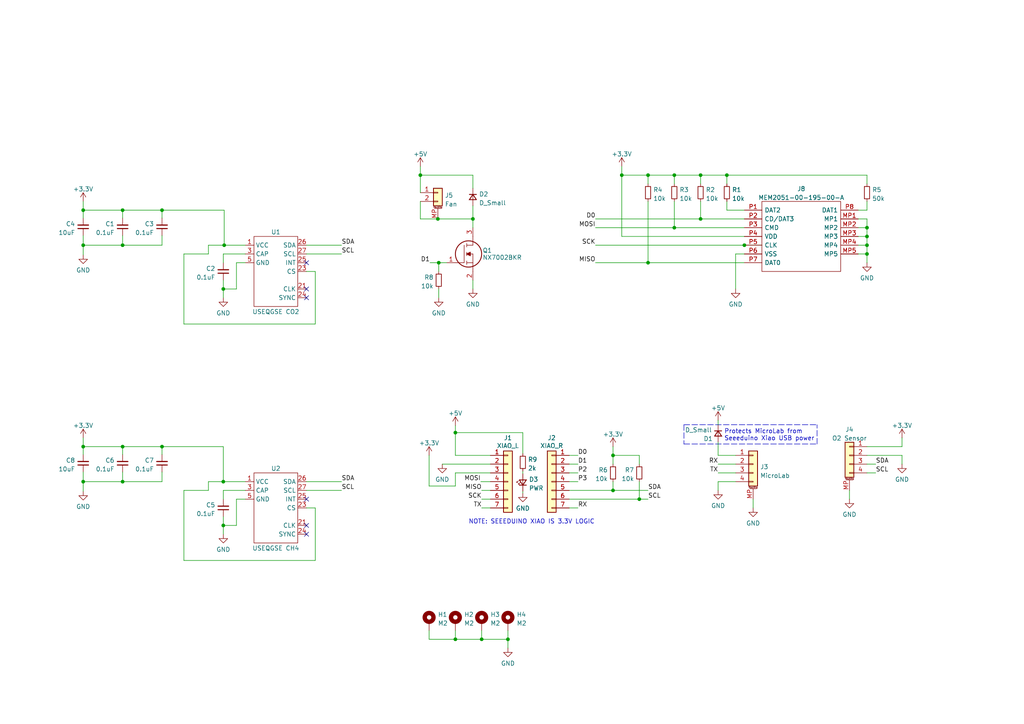
<source format=kicad_sch>
(kicad_sch (version 20211123) (generator eeschema)
  (paper "A4")
  (lib_symbols
    (symbol "Connector_Generic:Conn_01x07" (pin_names (offset 1.016) hide)
      (property "Reference" "J" (at 0 10.16 0))
      (property "Value" "Conn_01x07" (at 0 -10.16 0))
      (symbol "Conn_01x07_1_1"
        (rectangle (start -1.27 -7.493) (end 0 -7.747) (stroke (width 0.1524)))
        (rectangle (start -1.27 -4.953) (end 0 -5.207) (stroke (width 0.1524)))
        (rectangle (start -1.27 -2.413) (end 0 -2.667) (stroke (width 0.1524)))
        (rectangle (start -1.27 0.127) (end 0 -0.127) (stroke (width 0.1524)))
        (rectangle (start -1.27 2.667) (end 0 2.413) (stroke (width 0.1524)))
        (rectangle (start -1.27 5.207) (end 0 4.953) (stroke (width 0.1524)))
        (rectangle (start -1.27 7.747) (end 0 7.493) (stroke (width 0.1524)))
        (rectangle (start -1.27 8.89) (end 1.27 -8.89) (stroke (width 0.254)) (fill (type background)))
        (pin passive line (at -5.08 7.62 0) (length 3.81) (name "Pin_1") (number "1"))
        (pin passive line (at -5.08 5.08 0) (length 3.81) (name "Pin_2") (number "2"))
        (pin passive line (at -5.08 2.54 0) (length 3.81) (name "Pin_3") (number "3"))
        (pin passive line (at -5.08 0 0) (length 3.81) (name "Pin_4") (number "4"))
        (pin passive line (at -5.08 -2.54 0) (length 3.81) (name "Pin_5") (number "5"))
        (pin passive line (at -5.08 -5.08 0) (length 3.81) (name "Pin_6") (number "6"))
        (pin passive line (at -5.08 -7.62 0) (length 3.81) (name "Pin_7") (number "7"))
      )
    )
    (symbol "Connector_Generic_MountingPin:Conn_01x02_MountingPin" (pin_names (offset 1.016) hide)
      (property "Reference" "J" (at 0 2.54 0))
      (property "Value" "Conn_01x02_MountingPin" (at 1.27 -5.08 0))
      (symbol "Conn_01x02_MountingPin_1_1"
        (rectangle (start -1.27 -2.413) (end 0 -2.667) (stroke (width 0.1524)))
        (rectangle (start -1.27 0.127) (end 0 -0.127) (stroke (width 0.1524)))
        (rectangle (start -1.27 1.27) (end 1.27 -3.81) (stroke (width 0.254)) (fill (type background)))
        (polyline (pts (xy -1.016 -4.572) (xy 1.016 -4.572)) (stroke (width 0.1524)))
        (text "Mounting" (at 0 -4.191 0) (effects (font (size 0.381 0.381))))
        (pin passive line (at -5.08 0 0) (length 3.81) (name "Pin_1") (number "1"))
        (pin passive line (at -5.08 -2.54 0) (length 3.81) (name "Pin_2") (number "2"))
        (pin passive line (at 0 -7.62 90) (length 3.048) (name "MountPin") (number "MP"))
      )
    )
    (symbol "Connector_Generic_MountingPin:Conn_01x04_MountingPin" (pin_names (offset 1.016) hide)
      (property "Reference" "J" (at 0 5.08 0))
      (property "Value" "Conn_01x04_MountingPin" (at 1.27 -7.62 0))
      (symbol "Conn_01x04_MountingPin_1_1"
        (rectangle (start -1.27 -4.953) (end 0 -5.207) (stroke (width 0.1524)))
        (rectangle (start -1.27 -2.413) (end 0 -2.667) (stroke (width 0.1524)))
        (rectangle (start -1.27 0.127) (end 0 -0.127) (stroke (width 0.1524)))
        (rectangle (start -1.27 2.667) (end 0 2.413) (stroke (width 0.1524)))
        (rectangle (start -1.27 3.81) (end 1.27 -6.35) (stroke (width 0.254)) (fill (type background)))
        (polyline (pts (xy -1.016 -7.112) (xy 1.016 -7.112)) (stroke (width 0.1524)))
        (text "Mounting" (at 0 -6.731 0) (effects (font (size 0.381 0.381))))
        (pin passive line (at -5.08 2.54 0) (length 3.81) (name "Pin_1") (number "1"))
        (pin passive line (at -5.08 0 0) (length 3.81) (name "Pin_2") (number "2"))
        (pin passive line (at -5.08 -2.54 0) (length 3.81) (name "Pin_3") (number "3"))
        (pin passive line (at -5.08 -5.08 0) (length 3.81) (name "Pin_4") (number "4"))
        (pin passive line (at 0 -10.16 90) (length 3.048) (name "MountPin") (number "MP"))
      )
    )
    (symbol "Device:C_Small" (pin_numbers hide) (pin_names (offset 0.254) hide)
      (property "Reference" "C" (at 0.254 1.778 0))
      (property "Value" "C_Small" (at 0.254 -2.032 0))
      (symbol "C_Small_0_1"
        (polyline (pts (xy -1.524 -0.508) (xy 1.524 -0.508)) (stroke (width 0.3302)))
        (polyline (pts (xy -1.524 0.508) (xy 1.524 0.508)) (stroke (width 0.3048)))
      )
      (symbol "C_Small_1_1"
        (pin passive line (at 0 2.54 270) (length 2.032) (name "~") (number "1"))
        (pin passive line (at 0 -2.54 90) (length 2.032) (name "~") (number "2"))
      )
    )
    (symbol "Device:D_Small" (pin_numbers hide) (pin_names (offset 0.254) hide)
      (property "Reference" "D" (at -1.27 2.032 0))
      (property "Value" "D_Small" (at -3.81 -2.032 0))
      (symbol "D_Small_0_1"
        (polyline (pts (xy -0.762 -1.016) (xy -0.762 1.016)) (stroke (width 0.254)))
        (polyline (pts (xy -0.762 0) (xy 0.762 0)))
        (polyline (pts (xy 0.762 -1.016) (xy -0.762 0) (xy 0.762 1.016) (xy 0.762 -1.016)) (stroke (width 0.254)))
      )
      (symbol "D_Small_1_1"
        (pin passive line (at -2.54 0 0) (length 1.778) (name "K") (number "1"))
        (pin passive line (at 2.54 0 180) (length 1.778) (name "A") (number "2"))
      )
    )
    (symbol "Device:LED_Small" (pin_numbers hide) (pin_names (offset 0.254) hide)
      (property "Reference" "D" (at -1.27 3.175 0))
      (property "Value" "LED_Small" (at -4.445 -2.54 0))
      (symbol "LED_Small_0_1"
        (polyline (pts (xy -0.762 -1.016) (xy -0.762 1.016)) (stroke (width 0.254)))
        (polyline (pts (xy 1.016 0) (xy -0.762 0)))
        (polyline (pts (xy 0.762 -1.016) (xy -0.762 0) (xy 0.762 1.016) (xy 0.762 -1.016)) (stroke (width 0.254)))
        (polyline (pts (xy 0 0.762) (xy -0.508 1.27) (xy -0.254 1.27) (xy -0.508 1.27) (xy -0.508 1.016)))
        (polyline (pts (xy 0.508 1.27) (xy 0 1.778) (xy 0.254 1.778) (xy 0 1.778) (xy 0 1.524)))
      )
      (symbol "LED_Small_1_1"
        (pin passive line (at -2.54 0 0) (length 1.778) (name "K") (number "1"))
        (pin passive line (at 2.54 0 180) (length 1.778) (name "A") (number "2"))
      )
    )
    (symbol "Device:R_Small" (pin_numbers hide) (pin_names (offset 0.254) hide)
      (property "Reference" "R" (at 0.762 0.508 0))
      (property "Value" "R_Small" (at 0.762 -1.016 0))
      (symbol "R_Small_0_1"
        (rectangle (start -0.762 1.778) (end 0.762 -1.778) (stroke (width 0.2032)))
      )
      (symbol "R_Small_1_1"
        (pin passive line (at 0 2.54 270) (length 0.762) (name "~") (number "1"))
        (pin passive line (at 0 -2.54 90) (length 0.762) (name "~") (number "2"))
      )
    )
    (symbol "Mechanical:MountingHole_Pad" (pin_numbers hide) (pin_names (offset 1.016) hide)
      (property "Reference" "H" (at 0 6.35 0))
      (property "Value" "MountingHole_Pad" (at 0 4.445 0))
      (symbol "MountingHole_Pad_0_1"
        (circle (center 0 1.27) (radius 1.27) (stroke (width 1.27)))
      )
      (symbol "MountingHole_Pad_1_1"
        (pin input line (at 0 -2.54 90) (length 2.54) (name "1") (number "1"))
      )
    )
    (symbol "Mouser Parts:MEM2051-00-195-00-A" (pin_names (offset 0.762))
      (property "Reference" "J" (at 29.21 7.62 0))
      (property "Value" "MEM2051-00-195-00-A" (at 29.21 5.08 0))
      (symbol "MEM2051-00-195-00-A_0_0"
        (pin passive line (at 33.02 -2.54 180) (length 5.08) (name "MP1") (number "MP1"))
        (pin passive line (at 33.02 -5.08 180) (length 5.08) (name "MP2") (number "MP2"))
        (pin passive line (at 33.02 -7.62 180) (length 5.08) (name "MP3") (number "MP3"))
        (pin passive line (at 33.02 -10.16 180) (length 5.08) (name "MP4") (number "MP4"))
        (pin passive line (at 33.02 -12.7 180) (length 5.08) (name "MP5") (number "MP5"))
        (pin passive line (at 0 0 0) (length 5.08) (name "DAT2") (number "P1"))
        (pin passive line (at 0 -2.54 0) (length 5.08) (name "CD/DAT3") (number "P2"))
        (pin passive line (at 0 -5.08 0) (length 5.08) (name "CMD") (number "P3"))
        (pin passive line (at 0 -7.62 0) (length 5.08) (name "VDD") (number "P4"))
        (pin passive line (at 0 -10.16 0) (length 5.08) (name "CLK") (number "P5"))
        (pin passive line (at 0 -12.7 0) (length 5.08) (name "VSS") (number "P6"))
        (pin passive line (at 0 -15.24 0) (length 5.08) (name "DAT0") (number "P7"))
        (pin passive line (at 33.02 0 180) (length 5.08) (name "DAT1") (number "P8"))
      )
      (symbol "MEM2051-00-195-00-A_0_1"
        (polyline (pts (xy 5.08 2.54) (xy 27.94 2.54) (xy 27.94 -17.78) (xy 5.08 -17.78) (xy 5.08 2.54)) (stroke (width 0.1524)))
      )
    )
    (symbol "Mouser Parts:NX7002BKR" (pin_names (offset 0.762))
      (property "Reference" "Q" (at 11.43 3.81 0))
      (property "Value" "NX7002BKR" (at 11.43 1.27 0))
      (symbol "NX7002BKR_0_0"
        (pin passive line (at 0 0 0) (length 2.54) (name "~") (number "1"))
        (pin passive line (at 7.62 -5.08 90) (length 2.54) (name "~") (number "2"))
        (pin passive line (at 7.62 10.16 270) (length 2.54) (name "~") (number "3"))
      )
      (symbol "NX7002BKR_0_1"
        (polyline (pts (xy 5.842 -0.508) (xy 5.842 0.508)) (stroke (width 0.1524)))
        (polyline (pts (xy 5.842 0) (xy 7.62 0)) (stroke (width 0.1524)))
        (polyline (pts (xy 5.842 2.032) (xy 5.842 3.048)) (stroke (width 0.1524)))
        (polyline (pts (xy 5.842 5.588) (xy 5.842 4.572)) (stroke (width 0.1524)))
        (polyline (pts (xy 7.62 2.54) (xy 5.842 2.54)) (stroke (width 0.1524)))
        (polyline (pts (xy 7.62 2.54) (xy 7.62 -2.54)) (stroke (width 0.1524)))
        (polyline (pts (xy 7.62 5.08) (xy 5.842 5.08)) (stroke (width 0.1524)))
        (polyline (pts (xy 7.62 5.08) (xy 7.62 7.62)) (stroke (width 0.1524)))
        (polyline (pts (xy 2.54 0) (xy 5.08 0) (xy 5.08 5.08)) (stroke (width 0.1524)))
        (polyline (pts (xy 5.842 2.54) (xy 6.858 3.048) (xy 6.858 2.032) (xy 5.842 2.54)) (stroke (width 0.254)) (fill (type outline)))
        (circle (center 6.35 2.54) (radius 3.81) (stroke (width 0.254)))
      )
    )
    (symbol "USEQGSE:USEQGSE"
      (property "Reference" "U" (at 0 13.97 0))
      (property "Value" "USEQGSE" (at 0 11.43 0))
      (symbol "USEQGSE_0_1"
        (rectangle (start -6.35 10.16) (end 6.35 -10.16) (stroke (width 0.1524)))
      )
      (symbol "USEQGSE_1_1"
        (pin power_in line (at -8.89 7.62 0) (length 2.54) (name "VCC") (number "1"))
        (pin passive line (at -8.89 2.54 0) (length 2.54) hide (name "GND") (number "17"))
        (pin passive line (at -8.89 2.54 0) (length 2.54) hide (name "GND") (number "19"))
        (pin bidirectional line (at 8.89 -5.08 180) (length 2.54) (name "CLK") (number "21"))
        (pin input line (at 8.89 0 180) (length 2.54) (name "CS") (number "23"))
        (pin bidirectional line (at 8.89 -7.62 180) (length 2.54) (name "SYNC") (number "24"))
        (pin output line (at 8.89 2.54 180) (length 2.54) (name "INT") (number "25"))
        (pin bidirectional line (at 8.89 7.62 180) (length 2.54) (name "SDA") (number "26"))
        (pin input line (at 8.89 5.08 180) (length 2.54) (name "SCL") (number "27"))
        (pin passive line (at -8.89 2.54 0) (length 2.54) hide (name "GND") (number "28"))
        (pin passive line (at -8.89 2.54 0) (length 2.54) hide (name "GND") (number "29"))
        (pin power_in line (at -8.89 5.08 0) (length 2.54) (name "CAP") (number "3"))
        (pin passive line (at -8.89 2.54 0) (length 2.54) hide (name "GND") (number "30"))
        (pin power_in line (at -8.89 2.54 0) (length 2.54) (name "GND") (number "5"))
        (pin passive line (at -8.89 2.54 0) (length 2.54) hide (name "GND") (number "7"))
      )
    )
    (symbol "USEQGSE_1"
      (property "Reference" "U" (at 0 13.97 0))
      (property "Value" "USEQGSE_1" (at 0 11.43 0))
      (symbol "USEQGSE_1_0_1"
        (rectangle (start -6.35 10.16) (end 6.35 -10.16) (stroke (width 0.1524)))
      )
      (symbol "USEQGSE_1_1_1"
        (pin power_in line (at -8.89 7.62 0) (length 2.54) (name "VCC") (number "1"))
        (pin passive line (at -8.89 2.54 0) (length 2.54) hide (name "GND") (number "17"))
        (pin passive line (at -8.89 2.54 0) (length 2.54) hide (name "GND") (number "19"))
        (pin bidirectional line (at 8.89 -5.08 180) (length 2.54) (name "CLK") (number "21"))
        (pin input line (at 8.89 0 180) (length 2.54) (name "CS") (number "23"))
        (pin bidirectional line (at 8.89 -7.62 180) (length 2.54) (name "SYNC") (number "24"))
        (pin output line (at 8.89 2.54 180) (length 2.54) (name "INT") (number "25"))
        (pin bidirectional line (at 8.89 7.62 180) (length 2.54) (name "SDA") (number "26"))
        (pin input line (at 8.89 5.08 180) (length 2.54) (name "SCL") (number "27"))
        (pin passive line (at -8.89 2.54 0) (length 2.54) hide (name "GND") (number "28"))
        (pin passive line (at -8.89 2.54 0) (length 2.54) hide (name "GND") (number "29"))
        (pin power_in line (at -8.89 5.08 0) (length 2.54) (name "CAP") (number "3"))
        (pin passive line (at -8.89 2.54 0) (length 2.54) hide (name "GND") (number "30"))
        (pin power_in line (at -8.89 2.54 0) (length 2.54) (name "GND") (number "5"))
        (pin passive line (at -8.89 2.54 0) (length 2.54) hide (name "GND") (number "7"))
      )
    )
    (symbol "power:+3.3V" (power) (pin_names (offset 0))
      (property "Value" "+3.3V" (at 0 3.556 0))
      (symbol "+3.3V_0_1"
        (polyline (pts (xy -0.762 1.27) (xy 0 2.54)))
        (polyline (pts (xy 0 0) (xy 0 2.54)))
        (polyline (pts (xy 0 2.54) (xy 0.762 1.27)))
      )
      (symbol "+3.3V_1_1"
        (pin power_in line (at 0 0 90) (length 0) hide (name "+3.3V") (number "1"))
      )
    )
    (symbol "power:+5V" (power) (pin_names (offset 0))
      (property "Value" "+5V" (at 0 3.556 0))
      (symbol "+5V_0_1"
        (polyline (pts (xy -0.762 1.27) (xy 0 2.54)))
        (polyline (pts (xy 0 0) (xy 0 2.54)))
        (polyline (pts (xy 0 2.54) (xy 0.762 1.27)))
      )
      (symbol "+5V_1_1"
        (pin power_in line (at 0 0 90) (length 0) hide (name "+5V") (number "1"))
      )
    )
    (symbol "power:GND" (power) (pin_names (offset 0))
      (property "Value" "GND" (at 0 -3.81 0))
      (symbol "GND_0_1"
        (polyline (pts (xy 0 0) (xy 0 -1.27) (xy 1.27 -1.27) (xy 0 -2.54) (xy -1.27 -1.27) (xy 0 -1.27)))
      )
      (symbol "GND_1_1"
        (pin power_in line (at 0 0 270) (length 0) hide (name "GND") (number "1"))
      )
    )
  )
  (junction (at 177.8 132.08))
  (junction (at 24.13 139.7))
  (junction (at 35.56 71.12))
  (junction (at 64.77 152.4))
  (junction (at 132.08 125.476))
  (junction (at 35.56 129.54))
  (junction (at 35.56 60.96))
  (junction (at 195.58 66.04))
  (junction (at 251.46 68.58))
  (junction (at 177.8 142.24))
  (junction (at 24.13 60.96))
  (junction (at 180.34 50.8))
  (junction (at 203.2 50.8))
  (junction (at 65.024 71.12))
  (junction (at 139.7 185.42))
  (junction (at 185.42 144.78))
  (junction (at 147.32 185.42))
  (junction (at 137.16 63.5))
  (junction (at 127.254 76.2))
  (junction (at 195.58 50.8))
  (junction (at 251.46 66.04))
  (junction (at 203.2 63.5))
  (junction (at 187.96 76.2))
  (junction (at 24.13 71.12))
  (junction (at 24.13 129.54))
  (junction (at 35.56 139.7))
  (junction (at 64.77 83.82))
  (junction (at 132.08 185.42))
  (junction (at 46.99 60.96))
  (junction (at 64.77 139.7))
  (junction (at 121.92 50.8))
  (junction (at 127 63.5))
  (junction (at 187.96 50.8))
  (junction (at 46.99 129.54))
  (junction (at 215.9 71.12))
  (junction (at 251.46 73.66))
  (junction (at 210.82 50.8))
  (junction (at 251.46 71.12))
  (no_connect (at 88.9 83.82))
  (no_connect (at 88.9 86.36))
  (no_connect (at 88.9 76.2))
  (no_connect (at 88.9 154.94))
  (no_connect (at 88.9 152.4))
  (no_connect (at 88.9 144.78))
  (wire (pts (xy 251.46 63.5) (xy 248.92 63.5)))
  (wire (pts (xy 132.08 132.08) (xy 142.24 132.08)))
  (wire (pts (xy 24.13 68.326) (xy 24.13 71.12)))
  (wire (pts (xy 215.9 73.66) (xy 213.36 73.66)))
  (wire (pts (xy 251.46 129.54) (xy 261.62 129.54)))
  (wire (pts (xy 251.46 73.66) (xy 251.46 76.2)))
  (wire (pts (xy 88.9 73.66) (xy 99.06 73.66)))
  (wire (pts (xy 180.34 50.8) (xy 180.34 68.58)))
  (wire (pts (xy 180.34 50.8) (xy 187.96 50.8)))
  (wire (pts (xy 71.12 144.78) (xy 68.58 144.78)))
  (wire (pts (xy 124.46 132.08) (xy 124.46 140.97)))
  (wire (pts (xy 137.16 54.61) (xy 137.16 50.8)))
  (wire (pts (xy 64.77 83.82) (xy 64.77 86.36)))
  (wire (pts (xy 121.92 48.26) (xy 121.92 50.8)))
  (wire (pts (xy 35.56 63.246) (xy 35.56 60.96)))
  (polyline (pts (xy 198.374 123.19) (xy 198.374 128.778)))
  (wire (pts (xy 46.99 60.96) (xy 46.99 63.246)))
  (wire (pts (xy 185.42 132.08) (xy 185.42 134.62)))
  (wire (pts (xy 46.99 139.7) (xy 35.56 139.7)))
  (wire (pts (xy 35.56 60.96) (xy 24.13 60.96)))
  (polyline (pts (xy 198.374 128.778) (xy 236.982 128.778)))
  (wire (pts (xy 35.56 129.54) (xy 24.13 129.54)))
  (wire (pts (xy 139.7 142.24) (xy 142.24 142.24)))
  (wire (pts (xy 251.46 71.12) (xy 251.46 73.66)))
  (wire (pts (xy 177.8 129.54) (xy 177.8 132.08)))
  (wire (pts (xy 64.77 129.54) (xy 64.77 139.7)))
  (wire (pts (xy 251.46 66.04) (xy 251.46 63.5)))
  (wire (pts (xy 91.44 147.32) (xy 91.44 162.56)))
  (wire (pts (xy 208.28 121.92) (xy 208.28 123.19)))
  (wire (pts (xy 60.452 139.7) (xy 64.77 139.7)))
  (wire (pts (xy 137.16 66.04) (xy 137.16 63.5)))
  (wire (pts (xy 151.638 136.652) (xy 151.638 137.414)))
  (wire (pts (xy 187.96 50.8) (xy 195.58 50.8)))
  (wire (pts (xy 165.1 142.24) (xy 177.8 142.24)))
  (wire (pts (xy 248.92 71.12) (xy 251.46 71.12)))
  (wire (pts (xy 64.77 152.4) (xy 68.58 152.4)))
  (wire (pts (xy 65.024 71.12) (xy 71.12 71.12)))
  (wire (pts (xy 53.34 162.56) (xy 91.44 162.56)))
  (wire (pts (xy 203.2 63.5) (xy 203.2 58.42)))
  (wire (pts (xy 68.58 144.78) (xy 68.58 152.4)))
  (wire (pts (xy 185.42 144.78) (xy 187.96 144.78)))
  (wire (pts (xy 151.638 142.494) (xy 151.638 143.002)))
  (wire (pts (xy 60.452 142.24) (xy 53.34 142.24)))
  (wire (pts (xy 121.92 63.5) (xy 127 63.5)))
  (wire (pts (xy 60.452 139.7) (xy 60.452 142.24)))
  (wire (pts (xy 68.58 76.2) (xy 68.58 83.82)))
  (wire (pts (xy 137.16 59.69) (xy 137.16 63.5)))
  (wire (pts (xy 137.16 81.28) (xy 137.16 83.82)))
  (wire (pts (xy 251.46 53.34) (xy 251.46 50.8)))
  (wire (pts (xy 60.452 73.66) (xy 53.34 73.66)))
  (wire (pts (xy 220.98 71.12) (xy 215.9 71.12)))
  (wire (pts (xy 53.34 93.98) (xy 91.44 93.98)))
  (polyline (pts (xy 198.374 123.19) (xy 236.982 123.19)))
  (wire (pts (xy 147.32 185.42) (xy 147.32 187.96)))
  (wire (pts (xy 261.62 127) (xy 261.62 129.54)))
  (wire (pts (xy 165.1 139.7) (xy 167.64 139.7)))
  (wire (pts (xy 53.34 142.24) (xy 53.34 162.56)))
  (wire (pts (xy 64.77 152.4) (xy 64.77 149.86)))
  (wire (pts (xy 177.8 139.7) (xy 177.8 142.24)))
  (wire (pts (xy 88.9 78.74) (xy 91.44 78.74)))
  (wire (pts (xy 24.13 60.96) (xy 24.13 63.246)))
  (wire (pts (xy 132.08 123.444) (xy 132.08 125.476)))
  (wire (pts (xy 46.99 129.54) (xy 64.77 129.54)))
  (wire (pts (xy 248.92 66.04) (xy 251.46 66.04)))
  (wire (pts (xy 151.638 131.572) (xy 151.638 125.476)))
  (wire (pts (xy 210.82 53.34) (xy 210.82 50.8)))
  (wire (pts (xy 46.99 71.12) (xy 35.56 71.12)))
  (wire (pts (xy 127 63.5) (xy 137.16 63.5)))
  (wire (pts (xy 251.46 68.58) (xy 251.46 71.12)))
  (wire (pts (xy 53.34 73.66) (xy 53.34 93.98)))
  (wire (pts (xy 124.714 76.2) (xy 127.254 76.2)))
  (wire (pts (xy 88.9 139.7) (xy 99.06 139.7)))
  (wire (pts (xy 251.46 68.58) (xy 251.46 66.04)))
  (wire (pts (xy 165.1 144.78) (xy 185.42 144.78)))
  (wire (pts (xy 195.58 66.04) (xy 215.9 66.04)))
  (wire (pts (xy 151.638 125.476) (xy 132.08 125.476)))
  (wire (pts (xy 251.46 60.96) (xy 251.46 58.42)))
  (wire (pts (xy 24.13 139.7) (xy 35.56 139.7)))
  (wire (pts (xy 132.08 182.88) (xy 132.08 185.42)))
  (wire (pts (xy 254 134.62) (xy 251.46 134.62)))
  (wire (pts (xy 64.77 83.82) (xy 64.77 81.28)))
  (wire (pts (xy 91.44 78.74) (xy 91.44 93.98)))
  (wire (pts (xy 172.72 63.5) (xy 203.2 63.5)))
  (wire (pts (xy 251.46 50.8) (xy 210.82 50.8)))
  (wire (pts (xy 127.254 76.2) (xy 127.254 78.74)))
  (wire (pts (xy 132.08 137.16) (xy 142.24 137.16)))
  (wire (pts (xy 24.13 139.7) (xy 24.13 142.494)))
  (wire (pts (xy 121.92 50.8) (xy 137.16 50.8)))
  (wire (pts (xy 215.9 68.58) (xy 180.34 68.58)))
  (wire (pts (xy 172.72 66.04) (xy 195.58 66.04)))
  (wire (pts (xy 139.7 185.42) (xy 132.08 185.42)))
  (wire (pts (xy 187.96 76.2) (xy 187.96 58.42)))
  (wire (pts (xy 64.77 142.24) (xy 71.12 142.24)))
  (wire (pts (xy 185.42 139.7) (xy 185.42 144.78)))
  (polyline (pts (xy 236.982 128.778) (xy 236.982 123.19)))
  (wire (pts (xy 139.7 182.88) (xy 139.7 185.42)))
  (wire (pts (xy 88.9 147.32) (xy 91.44 147.32)))
  (wire (pts (xy 208.28 137.16) (xy 213.36 137.16)))
  (wire (pts (xy 24.13 71.12) (xy 35.56 71.12)))
  (wire (pts (xy 65.024 71.12) (xy 65.024 60.96)))
  (wire (pts (xy 172.72 71.12) (xy 215.9 71.12)))
  (wire (pts (xy 127.254 76.2) (xy 129.54 76.2)))
  (wire (pts (xy 213.36 73.66) (xy 213.36 83.82)))
  (wire (pts (xy 195.58 50.8) (xy 203.2 50.8)))
  (wire (pts (xy 172.72 76.2) (xy 187.96 76.2)))
  (wire (pts (xy 128.27 134.62) (xy 142.24 134.62)))
  (wire (pts (xy 46.99 136.906) (xy 46.99 139.7)))
  (wire (pts (xy 180.34 48.26) (xy 180.34 50.8)))
  (wire (pts (xy 60.452 71.12) (xy 65.024 71.12)))
  (wire (pts (xy 132.08 125.476) (xy 132.08 132.08)))
  (wire (pts (xy 147.32 182.88) (xy 147.32 185.42)))
  (wire (pts (xy 35.56 71.12) (xy 35.56 68.326)))
  (wire (pts (xy 177.8 132.08) (xy 177.8 134.62)))
  (wire (pts (xy 203.2 50.8) (xy 210.82 50.8)))
  (wire (pts (xy 248.92 73.66) (xy 251.46 73.66)))
  (wire (pts (xy 132.08 140.97) (xy 124.46 140.97)))
  (wire (pts (xy 121.92 50.8) (xy 121.92 55.88)))
  (wire (pts (xy 210.82 58.42) (xy 210.82 60.96)))
  (wire (pts (xy 203.2 50.8) (xy 203.2 53.34)))
  (wire (pts (xy 177.8 142.24) (xy 187.96 142.24)))
  (wire (pts (xy 46.99 60.96) (xy 65.024 60.96)))
  (wire (pts (xy 210.82 60.96) (xy 215.9 60.96)))
  (wire (pts (xy 64.77 142.24) (xy 64.77 144.78)))
  (wire (pts (xy 71.12 76.2) (xy 68.58 76.2)))
  (wire (pts (xy 195.58 50.8) (xy 195.58 53.34)))
  (wire (pts (xy 64.77 152.4) (xy 64.77 154.94)))
  (wire (pts (xy 24.13 71.12) (xy 24.13 73.914)))
  (wire (pts (xy 88.9 71.12) (xy 99.06 71.12)))
  (wire (pts (xy 64.77 73.66) (xy 71.12 73.66)))
  (wire (pts (xy 139.7 144.78) (xy 142.24 144.78)))
  (wire (pts (xy 35.56 131.826) (xy 35.56 129.54)))
  (wire (pts (xy 132.08 185.42) (xy 124.46 185.42)))
  (wire (pts (xy 261.62 132.08) (xy 251.46 132.08)))
  (wire (pts (xy 24.13 129.54) (xy 24.13 131.826)))
  (wire (pts (xy 124.46 185.42) (xy 124.46 182.88)))
  (wire (pts (xy 35.56 129.54) (xy 46.99 129.54)))
  (wire (pts (xy 35.56 139.7) (xy 35.56 136.906)))
  (wire (pts (xy 46.99 129.54) (xy 46.99 131.826)))
  (wire (pts (xy 208.28 128.27) (xy 208.28 132.08)))
  (wire (pts (xy 254 137.16) (xy 251.46 137.16)))
  (wire (pts (xy 195.58 66.04) (xy 195.58 58.42)))
  (wire (pts (xy 64.77 73.66) (xy 64.77 76.2)))
  (wire (pts (xy 177.8 132.08) (xy 185.42 132.08)))
  (wire (pts (xy 165.1 132.08) (xy 167.64 132.08)))
  (wire (pts (xy 208.28 139.7) (xy 208.28 142.24)))
  (wire (pts (xy 187.96 50.8) (xy 187.96 53.34)))
  (wire (pts (xy 213.36 139.7) (xy 208.28 139.7)))
  (wire (pts (xy 121.92 58.42) (xy 121.92 63.5)))
  (wire (pts (xy 46.99 68.326) (xy 46.99 71.12)))
  (wire (pts (xy 246.38 142.24) (xy 246.38 144.78)))
  (wire (pts (xy 165.1 134.62) (xy 167.64 134.62)))
  (wire (pts (xy 88.9 142.24) (xy 99.06 142.24)))
  (wire (pts (xy 203.2 63.5) (xy 215.9 63.5)))
  (wire (pts (xy 165.1 137.16) (xy 167.64 137.16)))
  (wire (pts (xy 248.92 68.58) (xy 251.46 68.58)))
  (wire (pts (xy 208.28 134.62) (xy 213.36 134.62)))
  (wire (pts (xy 24.13 127) (xy 24.13 129.54)))
  (wire (pts (xy 139.7 147.32) (xy 142.24 147.32)))
  (wire (pts (xy 139.446 139.7) (xy 142.24 139.7)))
  (wire (pts (xy 24.13 58.42) (xy 24.13 60.96)))
  (wire (pts (xy 24.13 136.906) (xy 24.13 139.7)))
  (wire (pts (xy 261.62 134.62) (xy 261.62 132.08)))
  (wire (pts (xy 60.452 71.12) (xy 60.452 73.66)))
  (wire (pts (xy 218.44 144.78) (xy 218.44 147.32)))
  (wire (pts (xy 132.08 137.16) (xy 132.08 140.97)))
  (wire (pts (xy 165.1 147.32) (xy 167.64 147.32)))
  (wire (pts (xy 64.77 83.82) (xy 68.58 83.82)))
  (wire (pts (xy 147.32 185.42) (xy 139.7 185.42)))
  (wire (pts (xy 64.77 139.7) (xy 71.12 139.7)))
  (wire (pts (xy 127.254 83.82) (xy 127.254 86.36)))
  (wire (pts (xy 35.56 60.96) (xy 46.99 60.96)))
  (wire (pts (xy 248.92 60.96) (xy 251.46 60.96)))
  (wire (pts (xy 187.96 76.2) (xy 215.9 76.2)))
  (wire (pts (xy 208.28 132.08) (xy 213.36 132.08)))
  (text "Protects MicroLab from\nSeeeduino Xiao USB power" (at 210.058 128.016 0) (effects (font (size 1.27 1.27)) (justify left bottom)))
  (text "NOTE: SEEEDUINO XIAO IS 3.3V LOGIC\n" (at 135.89 152.146 0) (effects (font (size 1.27 1.27)) (justify left bottom)))
  (label "P3" (at 167.64 139.7 0))
  (label "SDA" (at 254 134.62 0))
  (label "TX" (at 208.28 137.16 180))
  (label "SCL" (at 99.06 142.24 0))
  (label "D1" (at 124.714 76.2 180))
  (label "RX" (at 208.28 134.62 180))
  (label "D0" (at 172.72 63.5 180))
  (label "SCL" (at 187.96 144.78 0))
  (label "SCL" (at 254 137.16 0))
  (label "MOSI" (at 172.72 66.04 180))
  (label "SCK" (at 172.72 71.12 180))
  (label "TX" (at 139.7 147.32 180))
  (label "SDA" (at 187.96 142.24 0))
  (label "SCL" (at 99.06 73.66 0))
  (label "RX" (at 167.64 147.32 0))
  (label "SCK" (at 139.7 144.78 180))
  (label "MOSI" (at 139.446 139.7 180))
  (label "SDA" (at 99.06 71.12 0))
  (label "SDA" (at 99.06 139.7 0))
  (label "MISO" (at 172.72 76.2 180))
  (label "D1" (at 167.64 134.62 0))
  (label "P2" (at 167.64 137.16 0))
  (label "D0" (at 167.64 132.08 0))
  (label "MISO" (at 139.7 142.24 180))
  (symbol (lib_id "Mouser Parts:MEM2051-00-195-00-A") (at 215.9 60.96 0) (unit 1)
    (property "Reference" "J8" (at 232.41 54.771 0))
    (property "Value" "MEM2051-00-195-00-A" (at 232.41 57.3079 0))
    (property "Footprint" "SamacSys:MEM20510019500A" (effects hide))
    (property "Datasheet" "https://gct.co/files/drawings/mem2051.pdf" (effects hide))
    (property "Description" "MICRO SD PUSH PUSH, OPEN, SMT, 1" (effects hide))
    (property "Height" "2.05" (effects hide))
    (property "Mouser Part Number" "640-MEM20510019500A" (effects hide))
    (property "Mouser Price/Stock" "https://www.mouser.co.uk/ProductDetail/GCT/MEM2051-00-195-00-A?qs=KUoIvG%2F9Ilat7yfJRNWXUQ%3D%3D" (effects hide))
    (property "Manufacturer_Name" "GCT (GLOBAL CONNECTOR TECHNOLOGY)" (effects hide))
    (property "Manufacturer_Part_Number" "MEM2051-00-195-00-A" (effects hide))
  )
  (symbol (lib_id "Device:C_Small") (at 64.77 78.74 0) (mirror x) (unit 1)
    (property "Reference" "C2" (at 62.4459 77.8989 0) (effects (justify right)))
    (property "Value" "0.1uF" (at 62.4459 80.4358 0) (effects (justify right)))
    (property "Footprint" "Capacitor_SMD:C_0402_1005Metric" (effects hide))
  )
  (symbol (lib_id "Connector_Generic_MountingPin:Conn_01x04_MountingPin") (at 246.38 132.08 0) (mirror y) (unit 1)
    (property "Reference" "J4" (at 246.38 124.5702 0))
    (property "Value" "O2 Sensor" (at 246.38 127.1071 0))
    (property "Footprint" "Connector_JST:JST_SH_BM04B-SRSS-TB_1x04-1MP_P1.00mm_Vertical" (effects hide))
  )
  (symbol (lib_id "power:+3.3V") (at 124.46 132.08 0) (unit 1)
    (property "Reference" "#PWR0110" (effects hide))
    (property "Value" "+3.3V" (at 124.46 128.5042 0))
  )
  (symbol (lib_id "power:GND") (at 208.28 142.24 0) (mirror y) (unit 1)
    (property "Reference" "#PWR0116" (effects hide))
    (property "Value" "GND" (at 208.28 146.6834 0))
  )
  (symbol (lib_id "power:GND") (at 147.32 187.96 0) (unit 1)
    (property "Reference" "#PWR0124" (effects hide))
    (property "Value" "GND" (at 147.32 192.4034 0))
  )
  (symbol (lib_id "power:GND") (at 64.77 154.94 0) (unit 1)
    (property "Reference" "#PWR0104" (effects hide))
    (property "Value" "GND" (at 64.77 159.3834 0))
  )
  (symbol (lib_id "power:+5V") (at 121.92 48.26 0) (unit 1)
    (property "Reference" "#PWR0117" (effects hide))
    (property "Value" "+5V" (at 121.92 44.6842 0))
  )
  (symbol (lib_id "power:GND") (at 261.62 134.62 0) (mirror y) (unit 1)
    (property "Reference" "#PWR0102" (effects hide))
    (property "Value" "GND" (at 261.62 139.0634 0))
  )
  (symbol (lib_id "Connector_Generic:Conn_01x07") (at 147.32 139.7 0) (unit 1)
    (property "Reference" "J1" (at 147.32 127 0))
    (property "Value" "XIAO_L" (at 147.32 129.286 0))
    (property "Footprint" "Connector_PinSocket_2.54mm:PinSocket_1x07_P2.54mm_Vertical" (effects hide))
  )
  (symbol (lib_id "Mouser Parts:NX7002BKR") (at 129.54 76.2 0) (unit 1)
    (property "Reference" "Q1" (at 139.954 72.644 0) (effects (justify left)))
    (property "Value" "NX7002BKR" (at 139.954 74.676 0) (effects (justify left)))
    (property "Footprint" "Package_TO_SOT_SMD:SOT-23" (effects hide))
    (property "Datasheet" "https://assets.nexperia.com/documents/data-sheet/NX7002BK.pdf" (effects hide))
    (property "Description" "MOSFET 60V N-channel Trench MOSFET" (effects hide))
    (property "Height" "1.1" (effects hide))
    (property "Mouser Part Number" "771-NX7002BKR" (effects hide))
    (property "Mouser Price/Stock" "https://www.mouser.co.uk/ProductDetail/Nexperia/NX7002BKR?qs=rsevcuukUAxkxO5zIAFt0A%3D%3D" (effects hide))
    (property "Manufacturer_Name" "Nexperia" (effects hide))
    (property "Manufacturer_Part_Number" "NX7002BKR" (effects hide))
  )
  (symbol (lib_id "Mechanical:MountingHole_Pad") (at 124.46 180.34 0) (unit 1)
    (property "Reference" "H1" (at 127 178.2353 0) (effects (justify left)))
    (property "Value" "M2" (at 127 180.7722 0) (effects (justify left)))
    (property "Footprint" "MountingHole:MountingHole_2.2mm_M2_DIN965_Pad" (effects hide))
  )
  (symbol (lib_id "power:GND") (at 128.27 134.62 0) (unit 1)
    (property "Reference" "#PWR0106" (effects hide))
    (property "Value" "GND" (at 128.27 139.0634 0))
  )
  (symbol (lib_id "Device:LED_Small") (at 151.638 139.954 90) (unit 1)
    (property "Reference" "D3" (at 153.416 139.0558 90) (effects (justify right)))
    (property "Value" "PWR" (at 153.416 141.5927 90) (effects (justify right)))
    (property "Footprint" "LED_SMD:LED_0402_1005Metric" (effects hide))
  )
  (symbol (lib_id "Device:R_Small") (at 210.82 55.88 0) (unit 1)
    (property "Reference" "R1" (at 212.3186 55.0453 0) (effects (justify left)))
    (property "Value" "10k" (at 212.3186 57.5822 0) (effects (justify left)))
    (property "Footprint" "Resistor_SMD:R_0402_1005Metric" (effects hide))
  )
  (symbol (lib_id "power:GND") (at 64.77 86.36 0) (unit 1)
    (property "Reference" "#PWR0107" (effects hide))
    (property "Value" "GND" (at 64.77 90.8034 0))
  )
  (symbol (lib_id "Device:R_Small") (at 127.254 81.28 0) (mirror x) (unit 1)
    (property "Reference" "R8" (at 125.7555 80.4453 0) (effects (justify right)))
    (property "Value" "10k" (at 125.7555 82.9822 0) (effects (justify right)))
    (property "Footprint" "Resistor_SMD:R_0402_1005Metric" (effects hide))
  )
  (symbol (lib_id "power:+3.3V") (at 177.8 129.54 0) (unit 1)
    (property "Reference" "#PWR0123" (effects hide))
    (property "Value" "+3.3V" (at 177.8 125.9642 0))
  )
  (symbol (lib_id "Mechanical:MountingHole_Pad") (at 139.7 180.34 0) (unit 1)
    (property "Reference" "H3" (at 142.24 178.2353 0) (effects (justify left)))
    (property "Value" "M2" (at 142.24 180.7722 0) (effects (justify left)))
    (property "Footprint" "MountingHole:MountingHole_2.2mm_M2_DIN965_Pad" (effects hide))
  )
  (symbol (lib_id "power:+3.3V") (at 24.13 127 0) (unit 1)
    (property "Reference" "#PWR0103" (effects hide))
    (property "Value" "+3.3V" (at 24.13 123.4242 0))
  )
  (symbol (lib_id "Device:C_Small") (at 64.77 147.32 0) (mirror x) (unit 1)
    (property "Reference" "C5" (at 62.4459 146.4789 0) (effects (justify right)))
    (property "Value" "0.1uF" (at 62.4459 149.0158 0) (effects (justify right)))
    (property "Footprint" "Capacitor_SMD:C_0402_1005Metric" (effects hide))
  )
  (symbol (lib_id "Device:C_Small") (at 24.13 65.786 0) (mirror x) (unit 1)
    (property "Reference" "C4" (at 21.806 64.9449 0) (effects (justify right)))
    (property "Value" "10uF" (at 21.806 67.4818 0) (effects (justify right)))
    (property "Footprint" "Capacitor_SMD:C_0402_1005Metric" (effects hide))
  )
  (symbol (lib_id "Device:D_Small") (at 137.16 57.15 270) (unit 1)
    (property "Reference" "D2" (at 138.938 56.3153 90) (effects (justify left)))
    (property "Value" "D_Small" (at 138.938 58.8522 90) (effects (justify left)))
    (property "Footprint" "Diode_SMD:D_SOD-323" (effects hide))
  )
  (symbol (lib_id "Device:C_Small") (at 35.56 134.366 0) (mirror x) (unit 1)
    (property "Reference" "C6" (at 33.2359 133.5249 0) (effects (justify right)))
    (property "Value" "0.1uF" (at 33.2359 136.0618 0) (effects (justify right)))
    (property "Footprint" "Capacitor_SMD:C_0402_1005Metric" (effects hide))
  )
  (symbol (lib_id "power:GND") (at 251.46 76.2 0) (mirror y) (unit 1)
    (property "Reference" "#PWR0119" (effects hide))
    (property "Value" "GND" (at 251.46 80.6434 0))
  )
  (symbol (lib_id "USEQGSE:USEQGSE") (at 80.01 147.32 0) (unit 1)
    (property "Reference" "U2" (at 80.01 135.89 0))
    (property "Value" "USEQGSE CH4" (at 80.01 159.004 0))
    (property "Footprint" "USEQGSE:USEQGSE" (effects hide))
  )
  (symbol (lib_id "power:+5V") (at 208.28 121.92 0) (unit 1)
    (property "Reference" "#PWR0113" (effects hide))
    (property "Value" "+5V" (at 208.28 118.3442 0))
  )
  (symbol (lib_id "Device:R_Small") (at 203.2 55.88 0) (unit 1)
    (property "Reference" "R2" (at 204.6986 55.0453 0) (effects (justify left)))
    (property "Value" "10k" (at 204.6986 57.5822 0) (effects (justify left)))
    (property "Footprint" "Resistor_SMD:R_0402_1005Metric" (effects hide))
  )
  (symbol (lib_id "Device:C_Small") (at 46.99 134.366 0) (mirror x) (unit 1)
    (property "Reference" "C7" (at 44.6659 133.5249 0) (effects (justify right)))
    (property "Value" "0.1uF" (at 44.6659 136.0618 0) (effects (justify right)))
    (property "Footprint" "Capacitor_SMD:C_0402_1005Metric" (effects hide))
  )
  (symbol (lib_id "Device:R_Small") (at 251.46 55.88 0) (unit 1)
    (property "Reference" "R5" (at 252.9586 55.0453 0) (effects (justify left)))
    (property "Value" "50k" (at 252.9586 57.5822 0) (effects (justify left)))
    (property "Footprint" "Resistor_SMD:R_0402_1005Metric" (effects hide))
  )
  (symbol (lib_id "power:+3.3V") (at 180.34 48.26 0) (unit 1)
    (property "Reference" "#PWR0122" (effects hide))
    (property "Value" "+3.3V" (at 180.34 44.6842 0))
  )
  (symbol (lib_id "Device:R_Small") (at 187.96 55.88 0) (unit 1)
    (property "Reference" "R4" (at 189.4586 55.0453 0) (effects (justify left)))
    (property "Value" "10k" (at 189.4586 57.5822 0) (effects (justify left)))
    (property "Footprint" "Resistor_SMD:R_0402_1005Metric" (effects hide))
  )
  (symbol (lib_id "power:GND") (at 246.38 144.78 0) (mirror y) (unit 1)
    (property "Reference" "#PWR0121" (effects hide))
    (property "Value" "GND" (at 246.38 149.2234 0))
  )
  (symbol (lib_id "Connector_Generic_MountingPin:Conn_01x02_MountingPin") (at 127 55.88 0) (unit 1)
    (property "Reference" "J5" (at 129.032 56.6709 0) (effects (justify left)))
    (property "Value" "Fan" (at 129.032 59.2078 0) (effects (justify left)))
    (property "Footprint" "Connector_JST:JST_SH_BM02B-SRSS-TB_1x02-1MP_P1.00mm_Vertical" (effects hide))
  )
  (symbol (lib_id "power:GND") (at 127.254 86.36 0) (unit 1)
    (property "Reference" "#PWR0114" (effects hide))
    (property "Value" "GND" (at 127.254 90.8034 0))
  )
  (symbol (lib_id "Device:C_Small") (at 35.56 65.786 0) (mirror x) (unit 1)
    (property "Reference" "C1" (at 33.2359 64.9449 0) (effects (justify right)))
    (property "Value" "0.1uF" (at 33.2359 67.4818 0) (effects (justify right)))
    (property "Footprint" "Capacitor_SMD:C_0402_1005Metric" (effects hide))
  )
  (symbol (lib_id "Device:C_Small") (at 46.99 65.786 0) (mirror x) (unit 1)
    (property "Reference" "C3" (at 44.6659 64.9449 0) (effects (justify right)))
    (property "Value" "0.1uF" (at 44.6659 67.4818 0) (effects (justify right)))
    (property "Footprint" "Capacitor_SMD:C_0402_1005Metric" (effects hide))
  )
  (symbol (lib_id "Connector_Generic:Conn_01x07") (at 160.02 139.7 0) (mirror y) (unit 1)
    (property "Reference" "J2" (at 160.02 127 0))
    (property "Value" "XIAO_R" (at 160.02 129.286 0))
    (property "Footprint" "Connector_PinSocket_2.54mm:PinSocket_1x07_P2.54mm_Vertical" (effects hide))
  )
  (symbol (lib_id "power:GND") (at 137.16 83.82 0) (unit 1)
    (property "Reference" "#PWR0112" (effects hide))
    (property "Value" "GND" (at 137.16 88.2634 0))
  )
  (symbol (lib_id "Device:R_Small") (at 185.42 137.16 0) (mirror x) (unit 1)
    (property "Reference" "R7" (at 183.9215 136.3253 0) (effects (justify right)))
    (property "Value" "10k" (at 183.9215 138.8622 0) (effects (justify right)))
    (property "Footprint" "Resistor_SMD:R_0402_1005Metric" (effects hide))
  )
  (symbol (lib_id "power:GND") (at 218.44 147.32 0) (mirror y) (unit 1)
    (property "Reference" "#PWR0115" (effects hide))
    (property "Value" "GND" (at 218.44 151.7634 0))
  )
  (symbol (lib_id "Device:C_Small") (at 24.13 134.366 0) (mirror x) (unit 1)
    (property "Reference" "C8" (at 21.806 133.5249 0) (effects (justify right)))
    (property "Value" "10uF" (at 21.806 136.0618 0) (effects (justify right)))
    (property "Footprint" "Capacitor_SMD:C_0402_1005Metric" (effects hide))
  )
  (symbol (lib_id "Connector_Generic_MountingPin:Conn_01x04_MountingPin") (at 218.44 134.62 0) (unit 1)
    (property "Reference" "J3" (at 220.472 135.4109 0) (effects (justify left)))
    (property "Value" "MicroLab" (at 220.472 137.9478 0) (effects (justify left)))
    (property "Footprint" "Connector_JST:JST_SH_BM04B-SRSS-TB_1x04-1MP_P1.00mm_Vertical" (effects hide))
  )
  (symbol (lib_id "Device:D_Small") (at 208.28 125.73 90) (mirror x) (unit 1)
    (property "Reference" "D1" (at 206.756 127.254 90) (effects (justify left)))
    (property "Value" "D_Small" (at 206.502 124.714 90) (effects (justify left)))
    (property "Footprint" "Diode_SMD:D_SOD-323" (effects hide))
  )
  (symbol (lib_id "power:GND") (at 151.638 143.002 0) (unit 1)
    (property "Reference" "#PWR0105" (effects hide))
    (property "Value" "GND" (at 151.638 147.4454 0))
  )
  (symbol (lib_id "Mechanical:MountingHole_Pad") (at 147.32 180.34 0) (unit 1)
    (property "Reference" "H4" (at 149.86 178.2353 0) (effects (justify left)))
    (property "Value" "M2" (at 149.86 180.7722 0) (effects (justify left)))
    (property "Footprint" "MountingHole:MountingHole_2.2mm_M2_DIN965_Pad" (effects hide))
  )
  (symbol (lib_id "Mechanical:MountingHole_Pad") (at 132.08 180.34 0) (unit 1)
    (property "Reference" "H2" (at 134.62 178.2353 0) (effects (justify left)))
    (property "Value" "M2" (at 134.62 180.7722 0) (effects (justify left)))
    (property "Footprint" "MountingHole:MountingHole_2.2mm_M2_DIN965_Pad" (effects hide))
  )
  (symbol (lib_id "Device:R_Small") (at 177.8 137.16 0) (mirror x) (unit 1)
    (property "Reference" "R6" (at 176.3015 136.3253 0) (effects (justify right)))
    (property "Value" "10k" (at 176.3015 138.8622 0) (effects (justify right)))
    (property "Footprint" "Resistor_SMD:R_0402_1005Metric" (effects hide))
  )
  (symbol (lib_id "power:+3.3V") (at 24.13 58.42 0) (unit 1)
    (property "Reference" "#PWR0111" (effects hide))
    (property "Value" "+3.3V" (at 24.13 54.8442 0))
  )
  (symbol (lib_id "power:GND") (at 24.13 142.494 0) (unit 1)
    (property "Reference" "#PWR0101" (effects hide))
    (property "Value" "GND" (at 24.13 146.9374 0))
  )
  (symbol (lib_name "USEQGSE_1") (lib_id "USEQGSE:USEQGSE") (at 80.01 78.74 0) (unit 1)
    (property "Reference" "U1" (at 80.01 67.31 0))
    (property "Value" "USEQGSE CO2" (at 80.01 90.424 0))
    (property "Footprint" "USEQGSE:USEQGSE" (effects hide))
  )
  (symbol (lib_id "Device:R_Small") (at 151.638 134.112 180) (unit 1)
    (property "Reference" "R9" (at 153.1366 133.2773 0) (effects (justify right)))
    (property "Value" "2k" (at 153.1366 135.8142 0) (effects (justify right)))
    (property "Footprint" "Resistor_SMD:R_0402_1005Metric" (effects hide))
  )
  (symbol (lib_id "power:GND") (at 24.13 73.914 0) (unit 1)
    (property "Reference" "#PWR0130" (effects hide))
    (property "Value" "GND" (at 24.13 78.3574 0))
  )
  (symbol (lib_id "Device:R_Small") (at 195.58 55.88 0) (unit 1)
    (property "Reference" "R3" (at 197.0786 55.0453 0) (effects (justify left)))
    (property "Value" "10k" (at 197.0786 57.5822 0) (effects (justify left)))
    (property "Footprint" "Resistor_SMD:R_0402_1005Metric" (effects hide))
  )
  (symbol (lib_id "power:GND") (at 213.36 83.82 0) (mirror y) (unit 1)
    (property "Reference" "#PWR0120" (effects hide))
    (property "Value" "GND" (at 213.36 88.2634 0))
  )
  (symbol (lib_id "power:+3.3V") (at 261.62 127 0) (unit 1)
    (property "Reference" "#PWR0118" (effects hide))
    (property "Value" "+3.3V" (at 261.62 123.4242 0))
  )
  (symbol (lib_id "power:+5V") (at 132.08 123.444 0) (unit 1)
    (property "Reference" "#PWR0109" (effects hide))
    (property "Value" "+5V" (at 132.08 119.8682 0))
  )
)
</source>
